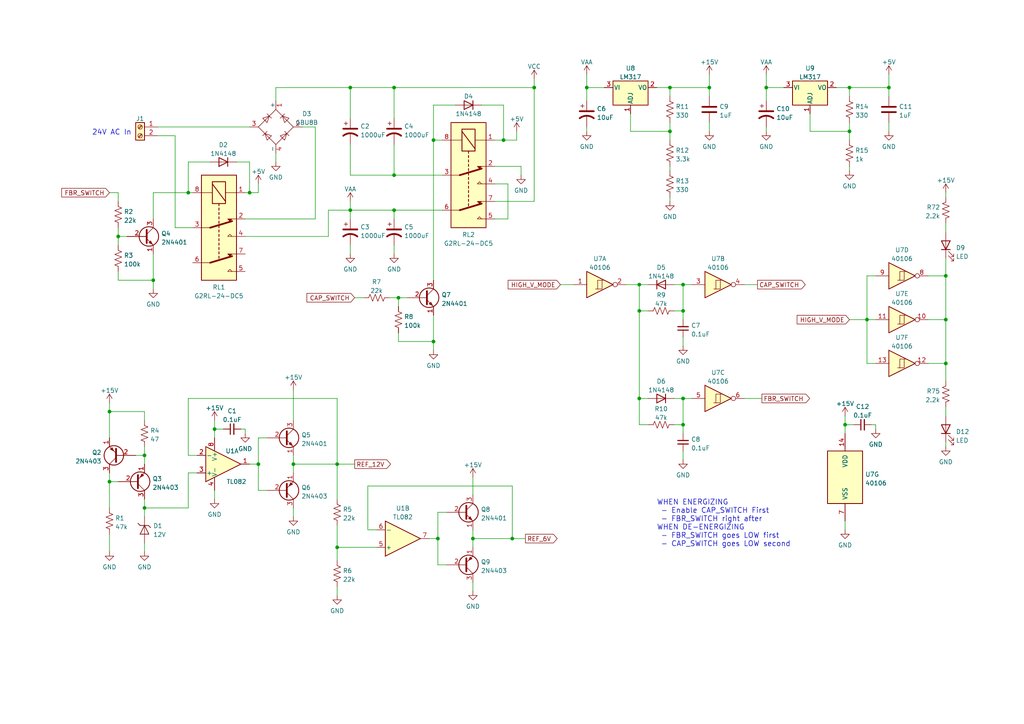
<source format=kicad_sch>
(kicad_sch (version 20211123) (generator eeschema)
  (paper "A4")
  (lib_symbols
    (symbol "4xxx:40106" (pin_names (offset 1.016))
      (property "Reference" "U" (at 0 1.27 0))
      (property "Value" "40106" (at 0 -1.27 0))
      (symbol "40106_1_0"
        (pin input line (at -7.62 0 0) (length 3.81) (name "~") (number "1"))
        (pin output inverted (at 7.62 0 180) (length 3.81) (name "~") (number "2"))
      )
      (symbol "40106_2_0"
        (pin input line (at -7.62 0 0) (length 3.81) (name "~") (number "3"))
        (pin output inverted (at 7.62 0 180) (length 3.81) (name "~") (number "4"))
      )
      (symbol "40106_3_0"
        (pin input line (at -7.62 0 0) (length 3.81) (name "~") (number "5"))
        (pin output inverted (at 7.62 0 180) (length 3.81) (name "~") (number "6"))
      )
      (symbol "40106_4_0"
        (pin output inverted (at 7.62 0 180) (length 3.81) (name "~") (number "8"))
        (pin input line (at -7.62 0 0) (length 3.81) (name "~") (number "9"))
      )
      (symbol "40106_5_0"
        (pin output inverted (at 7.62 0 180) (length 3.81) (name "~") (number "10"))
        (pin input line (at -7.62 0 0) (length 3.81) (name "~") (number "11"))
      )
      (symbol "40106_6_0"
        (pin output inverted (at 7.62 0 180) (length 3.81) (name "~") (number "12"))
        (pin input line (at -7.62 0 0) (length 3.81) (name "~") (number "13"))
      )
      (symbol "40106_7_0"
        (pin power_in line (at 0 12.7 270) (length 5.08) (name "VDD") (number "14"))
        (pin power_in line (at 0 -12.7 90) (length 5.08) (name "VSS") (number "7"))
      )
    )
    (symbol "Amplifier_Operational:TL082" (pin_names (offset 0.127))
      (property "Reference" "U" (at 0 5.08 0))
      (property "Value" "TL082" (at 0 -5.08 0))
      (symbol "TL082_1_1"
        (pin output line (at 7.62 0 180) (length 2.54) (name "~") (number "1"))
        (pin input line (at -7.62 -2.54 0) (length 2.54) (name "-") (number "2"))
        (pin input line (at -7.62 2.54 0) (length 2.54) (name "+") (number "3"))
      )
      (symbol "TL082_2_1"
        (pin input line (at -7.62 2.54 0) (length 2.54) (name "+") (number "5"))
        (pin input line (at -7.62 -2.54 0) (length 2.54) (name "-") (number "6"))
        (pin output line (at 7.62 0 180) (length 2.54) (name "~") (number "7"))
      )
      (symbol "TL082_3_1"
        (pin power_in line (at -2.54 -7.62 90) (length 3.81) (name "V-") (number "4"))
        (pin power_in line (at -2.54 7.62 270) (length 3.81) (name "V+") (number "8"))
      )
    )
    (symbol "Connector:Screw_Terminal_01x02" (pin_names (offset 1.016) hide)
      (property "Reference" "J" (at 0 2.54 0))
      (property "Value" "Screw_Terminal_01x02" (at 0 -5.08 0))
      (symbol "Screw_Terminal_01x02_1_1"
        (pin passive line (at -5.08 0 0) (length 3.81) (name "Pin_1") (number "1"))
        (pin passive line (at -5.08 -2.54 0) (length 3.81) (name "Pin_2") (number "2"))
      )
    )
    (symbol "Device:C" (pin_numbers hide) (pin_names (offset 0.254))
      (property "Reference" "C" (at 0.635 2.54 0))
      (property "Value" "C" (at 0.635 -2.54 0))
      (symbol "C_1_1"
        (pin passive line (at 0 3.81 270) (length 2.794) (name "~") (number "1"))
        (pin passive line (at 0 -3.81 90) (length 2.794) (name "~") (number "2"))
      )
    )
    (symbol "Device:C_Polarized_US" (pin_numbers hide) (pin_names (offset 0.254) hide)
      (property "Reference" "C" (at 0.635 2.54 0))
      (property "Value" "C_Polarized_US" (at 0.635 -2.54 0))
      (symbol "C_Polarized_US_1_1"
        (pin passive line (at 0 3.81 270) (length 2.794) (name "~") (number "1"))
        (pin passive line (at 0 -3.81 90) (length 3.302) (name "~") (number "2"))
      )
    )
    (symbol "Device:C_Small" (pin_numbers hide) (pin_names (offset 0.254) hide)
      (property "Reference" "C" (at 0.254 1.778 0))
      (property "Value" "C_Small" (at 0.254 -2.032 0))
      (symbol "C_Small_1_1"
        (pin passive line (at 0 2.54 270) (length 2.032) (name "~") (number "1"))
        (pin passive line (at 0 -2.54 90) (length 2.032) (name "~") (number "2"))
      )
    )
    (symbol "Device:LED" (pin_numbers hide) (pin_names (offset 1.016) hide)
      (property "Reference" "D" (at 0 2.54 0))
      (property "Value" "LED" (at 0 -2.54 0))
      (symbol "LED_1_1"
        (pin passive line (at -3.81 0 0) (length 2.54) (name "K") (number "1"))
        (pin passive line (at 3.81 0 180) (length 2.54) (name "A") (number "2"))
      )
    )
    (symbol "Device:R_US" (pin_numbers hide) (pin_names (offset 0))
      (property "Reference" "R" (at 2.54 0 90))
      (property "Value" "R_US" (at -2.54 0 90))
      (symbol "R_US_1_1"
        (pin passive line (at 0 3.81 270) (length 1.27) (name "~") (number "1"))
        (pin passive line (at 0 -3.81 90) (length 1.27) (name "~") (number "2"))
      )
    )
    (symbol "Diode:1N4148" (pin_numbers hide) (pin_names (offset 1.016) hide)
      (property "Reference" "D" (at 0 2.54 0))
      (property "Value" "1N4148" (at 0 -2.54 0))
      (symbol "1N4148_1_1"
        (pin passive line (at -3.81 0 0) (length 2.54) (name "K") (number "1"))
        (pin passive line (at 3.81 0 180) (length 2.54) (name "A") (number "2"))
      )
    )
    (symbol "Diode_Bridge:GBU8B" (pin_names (offset 0))
      (property "Reference" "D" (at 2.54 6.985 0))
      (property "Value" "GBU8B" (at 2.54 5.08 0))
      (symbol "GBU8B_1_1"
        (pin passive line (at 7.62 0 180) (length 2.54) (name "+") (number "1"))
        (pin passive line (at 0 -7.62 90) (length 2.54) (name "~") (number "2"))
        (pin passive line (at 0 7.62 270) (length 2.54) (name "~") (number "3"))
        (pin passive line (at -7.62 0 0) (length 2.54) (name "-") (number "4"))
      )
    )
    (symbol "Regulator_Linear:LM317_TO-220" (pin_names (offset 0.254))
      (property "Reference" "U" (at -3.81 3.175 0))
      (property "Value" "LM317_TO-220" (at 0 3.175 0))
      (symbol "LM317_TO-220_1_1"
        (pin input line (at 0 -7.62 90) (length 2.54) (name "ADJ") (number "1"))
        (pin power_out line (at 7.62 0 180) (length 2.54) (name "VO") (number "2"))
        (pin power_in line (at -7.62 0 0) (length 2.54) (name "VI") (number "3"))
      )
    )
    (symbol "Relay:G2RL-24-DC5"
      (property "Reference" "RL" (at 16.51 3.81 0))
      (property "Value" "G2RL-24-DC5" (at 16.51 1.27 0))
      (symbol "G2RL-24-DC5_1_1"
        (pin passive line (at -10.16 7.62 270) (length 2.54) (name "~") (number "1"))
        (pin passive line (at -2.54 7.62 270) (length 2.54) (name "~") (number "2"))
        (pin passive line (at 0 -7.62 90) (length 2.54) (name "~") (number "3"))
        (pin passive line (at 2.54 7.62 270) (length 2.54) (name "~") (number "4"))
        (pin passive line (at 12.7 7.62 270) (length 2.54) (name "~") (number "5"))
        (pin passive line (at 10.16 -7.62 90) (length 2.54) (name "~") (number "6"))
        (pin passive line (at 7.62 7.62 270) (length 2.54) (name "~") (number "7"))
        (pin passive line (at -10.16 -7.62 90) (length 2.54) (name "~") (number "8"))
      )
    )
    (symbol "Repowered_Devices:D_Zener_Standard" (pin_numbers hide) (pin_names (offset 1.016) hide)
      (property "Reference" "D" (at 0 2.54 0))
      (property "Value" "D_Zener_Standard" (at 0 -2.54 0))
      (symbol "D_Zener_Standard_1_1"
        (pin passive line (at -3.81 0 0) (length 2.54) (name "K") (number "1"))
        (pin passive line (at 3.81 0 180) (length 2.54) (name "A") (number "2"))
      )
    )
    (symbol "Transistor_BJT:2N3904" (pin_names (offset 0) hide)
      (property "Reference" "Q" (at 5.08 1.905 0))
      (property "Value" "2N3904" (at 5.08 0 0))
      (symbol "2N3904_1_1"
        (pin passive line (at 2.54 -5.08 90) (length 2.54) (name "E") (number "1"))
        (pin passive line (at -5.08 0 0) (length 5.715) (name "B") (number "2"))
        (pin passive line (at 2.54 5.08 270) (length 2.54) (name "C") (number "3"))
      )
    )
    (symbol "Transistor_BJT:2N3906" (pin_names (offset 0) hide)
      (property "Reference" "Q" (at 5.08 1.905 0))
      (property "Value" "2N3906" (at 5.08 0 0))
      (symbol "2N3906_1_1"
        (pin passive line (at 2.54 -5.08 90) (length 2.54) (name "E") (number "1"))
        (pin input line (at -5.08 0 0) (length 5.715) (name "B") (number "2"))
        (pin passive line (at 2.54 5.08 270) (length 2.54) (name "C") (number "3"))
      )
    )
    (symbol "power:+15V" (power) (pin_names (offset 0))
      (property "Value" "+15V" (at 0 3.556 0))
      (symbol "+15V_1_1"
        (pin power_in line (at 0 0 90) (length 0) hide (name "+15V") (number "1"))
      )
    )
    (symbol "power:+5V" (power) (pin_names (offset 0))
      (property "Value" "+5V" (at 0 3.556 0))
      (symbol "+5V_1_1"
        (pin power_in line (at 0 0 90) (length 0) hide (name "+5V") (number "1"))
      )
    )
    (symbol "power:GND" (power) (pin_names (offset 0))
      (property "Value" "GND" (at 0 -3.81 0))
      (symbol "GND_1_1"
        (pin power_in line (at 0 0 270) (length 0) hide (name "GND") (number "1"))
      )
    )
    (symbol "power:VAA" (power) (pin_names (offset 0))
      (property "Value" "VAA" (at 0 3.81 0))
      (symbol "VAA_1_1"
        (pin power_in line (at 0 0 90) (length 0) hide (name "VAA") (number "1"))
      )
    )
    (symbol "power:VCC" (power) (pin_names (offset 0))
      (property "Value" "VCC" (at 0 3.81 0))
      (symbol "VCC_1_1"
        (pin power_in line (at 0 0 90) (length 0) hide (name "VCC") (number "1"))
      )
    )
  )
  (junction (at 137.16 156.21))
  (junction (at 127 156.21))
  (junction (at 222.25 25.4))
  (junction (at 198.12 82.55))
  (junction (at 148.59 156.21))
  (junction (at 198.12 123.19))
  (junction (at 194.31 25.4))
  (junction (at 198.12 90.17))
  (junction (at 274.32 105.41))
  (junction (at 101.6 60.96))
  (junction (at 251.46 92.71))
  (junction (at 185.42 90.17))
  (junction (at 146.05 40.64))
  (junction (at 257.81 25.4))
  (junction (at 97.79 158.75))
  (junction (at 114.3 60.96))
  (junction (at 31.75 139.7))
  (junction (at 194.31 38.1))
  (junction (at 115.57 86.36))
  (junction (at 41.91 147.32))
  (junction (at 246.38 25.4))
  (junction (at 274.32 92.71))
  (junction (at 125.73 40.64))
  (junction (at 41.91 132.08))
  (junction (at 34.29 68.58))
  (junction (at 101.6 25.4))
  (junction (at 31.75 119.38))
  (junction (at 185.42 82.55))
  (junction (at 205.74 25.4))
  (junction (at 154.94 25.4))
  (junction (at 125.73 99.06))
  (junction (at 246.38 38.1))
  (junction (at 72.39 55.88))
  (junction (at 245.11 123.19))
  (junction (at 62.23 124.46))
  (junction (at 85.09 134.62))
  (junction (at 97.79 134.62))
  (junction (at 170.18 25.4))
  (junction (at 114.3 25.4))
  (junction (at 74.93 134.62))
  (junction (at 185.42 115.57))
  (junction (at 198.12 115.57))
  (junction (at 54.61 55.88))
  (junction (at 114.3 50.8))
  (junction (at 274.32 80.01))
  (junction (at 44.45 81.28))
  (wire (pts (xy 114.3 25.4) (xy 114.3 34.29)))
  (wire (pts (xy 246.38 25.4) (xy 257.81 25.4)))
  (wire (pts (xy 185.42 90.17) (xy 185.42 82.55)))
  (wire (pts (xy 80.01 29.21) (xy 80.01 25.4)))
  (wire (pts (xy 41.91 144.78) (xy 41.91 147.32)))
  (wire (pts (xy 215.9 82.55) (xy 219.71 82.55)))
  (wire (pts (xy 115.57 86.36) (xy 118.11 86.36)))
  (wire (pts (xy 198.12 115.57) (xy 200.66 115.57)))
  (wire (pts (xy 34.29 68.58) (xy 36.83 68.58)))
  (wire (pts (xy 31.75 119.38) (xy 41.91 119.38)))
  (wire (pts (xy 72.39 134.62) (xy 74.93 134.62)))
  (wire (pts (xy 137.16 156.21) (xy 137.16 158.75)))
  (wire (pts (xy 54.61 46.99) (xy 54.61 55.88)))
  (wire (pts (xy 31.75 139.7) (xy 34.29 139.7)))
  (wire (pts (xy 139.7 30.48) (xy 146.05 30.48)))
  (wire (pts (xy 252.73 123.19) (xy 254 123.19)))
  (wire (pts (xy 31.75 137.16) (xy 31.75 139.7)))
  (wire (pts (xy 194.31 25.4) (xy 205.74 25.4)))
  (wire (pts (xy 274.32 118.11) (xy 274.32 120.65)))
  (wire (pts (xy 41.91 119.38) (xy 41.91 121.92)))
  (wire (pts (xy 194.31 48.26) (xy 194.31 49.53)))
  (wire (pts (xy 34.29 55.88) (xy 31.75 55.88)))
  (wire (pts (xy 154.94 58.42) (xy 154.94 25.4)))
  (wire (pts (xy 215.9 115.57) (xy 220.98 115.57)))
  (wire (pts (xy 31.75 139.7) (xy 31.75 147.32)))
  (wire (pts (xy 115.57 99.06) (xy 125.73 99.06)))
  (wire (pts (xy 124.46 156.21) (xy 127 156.21)))
  (wire (pts (xy 114.3 60.96) (xy 128.27 60.96)))
  (wire (pts (xy 34.29 66.04) (xy 34.29 68.58)))
  (wire (pts (xy 125.73 30.48) (xy 125.73 40.64)))
  (wire (pts (xy 222.25 25.4) (xy 222.25 29.21)))
  (wire (pts (xy 101.6 41.91) (xy 101.6 50.8)))
  (wire (pts (xy 147.32 63.5) (xy 147.32 53.34)))
  (wire (pts (xy 71.12 63.5) (xy 91.44 63.5)))
  (wire (pts (xy 195.58 115.57) (xy 198.12 115.57)))
  (wire (pts (xy 62.23 121.92) (xy 62.23 124.46)))
  (wire (pts (xy 74.93 127) (xy 74.93 134.62)))
  (wire (pts (xy 274.32 74.93) (xy 274.32 80.01)))
  (wire (pts (xy 198.12 90.17) (xy 198.12 92.71)))
  (wire (pts (xy 85.09 134.62) (xy 85.09 137.16)))
  (wire (pts (xy 175.26 25.4) (xy 170.18 25.4)))
  (wire (pts (xy 62.23 142.24) (xy 62.23 144.78)))
  (wire (pts (xy 132.08 30.48) (xy 125.73 30.48)))
  (wire (pts (xy 106.68 153.67) (xy 106.68 140.97)))
  (wire (pts (xy 127 148.59) (xy 127 156.21)))
  (wire (pts (xy 129.54 148.59) (xy 127 148.59)))
  (wire (pts (xy 125.73 91.44) (xy 125.73 99.06)))
  (wire (pts (xy 151.13 48.26) (xy 151.13 50.8)))
  (wire (pts (xy 246.38 35.56) (xy 246.38 38.1)))
  (wire (pts (xy 54.61 132.08) (xy 54.61 115.57)))
  (wire (pts (xy 257.81 21.59) (xy 257.81 25.4)))
  (wire (pts (xy 194.31 57.15) (xy 194.31 58.42)))
  (wire (pts (xy 80.01 44.45) (xy 80.01 46.99)))
  (wire (pts (xy 91.44 63.5) (xy 91.44 36.83)))
  (wire (pts (xy 185.42 123.19) (xy 185.42 115.57)))
  (wire (pts (xy 39.37 132.08) (xy 41.91 132.08)))
  (wire (pts (xy 127 156.21) (xy 127 163.83)))
  (wire (pts (xy 41.91 132.08) (xy 41.91 134.62)))
  (wire (pts (xy 194.31 25.4) (xy 190.5 25.4)))
  (wire (pts (xy 125.73 40.64) (xy 125.73 81.28)))
  (wire (pts (xy 54.61 137.16) (xy 54.61 147.32)))
  (wire (pts (xy 34.29 58.42) (xy 34.29 55.88)))
  (wire (pts (xy 185.42 115.57) (xy 187.96 115.57)))
  (wire (pts (xy 80.01 25.4) (xy 101.6 25.4)))
  (wire (pts (xy 205.74 35.56) (xy 205.74 38.1)))
  (wire (pts (xy 97.79 170.18) (xy 97.79 172.72)))
  (wire (pts (xy 101.6 58.42) (xy 101.6 60.96)))
  (wire (pts (xy 45.72 36.83) (xy 72.39 36.83)))
  (wire (pts (xy 222.25 21.59) (xy 222.25 25.4)))
  (wire (pts (xy 114.3 60.96) (xy 114.3 63.5)))
  (wire (pts (xy 57.15 132.08) (xy 54.61 132.08)))
  (wire (pts (xy 251.46 92.71) (xy 251.46 105.41)))
  (wire (pts (xy 198.12 123.19) (xy 198.12 125.73)))
  (wire (pts (xy 195.58 123.19) (xy 198.12 123.19)))
  (wire (pts (xy 147.32 53.34) (xy 143.51 53.34)))
  (wire (pts (xy 205.74 21.59) (xy 205.74 25.4)))
  (wire (pts (xy 146.05 30.48) (xy 146.05 40.64)))
  (wire (pts (xy 251.46 80.01) (xy 251.46 92.71)))
  (wire (pts (xy 194.31 27.94) (xy 194.31 25.4)))
  (wire (pts (xy 74.93 55.88) (xy 72.39 55.88)))
  (wire (pts (xy 114.3 25.4) (xy 101.6 25.4)))
  (wire (pts (xy 246.38 25.4) (xy 242.57 25.4)))
  (wire (pts (xy 205.74 25.4) (xy 205.74 27.94)))
  (wire (pts (xy 234.95 33.02) (xy 234.95 38.1)))
  (wire (pts (xy 57.15 137.16) (xy 54.61 137.16)))
  (wire (pts (xy 148.59 156.21) (xy 137.16 156.21)))
  (wire (pts (xy 101.6 60.96) (xy 101.6 63.5)))
  (wire (pts (xy 222.25 36.83) (xy 222.25 38.1)))
  (wire (pts (xy 245.11 120.65) (xy 245.11 123.19)))
  (wire (pts (xy 274.32 105.41) (xy 274.32 92.71)))
  (wire (pts (xy 185.42 82.55) (xy 187.96 82.55)))
  (wire (pts (xy 143.51 40.64) (xy 146.05 40.64)))
  (wire (pts (xy 137.16 168.91) (xy 137.16 171.45)))
  (wire (pts (xy 137.16 153.67) (xy 137.16 156.21)))
  (wire (pts (xy 245.11 151.13) (xy 245.11 153.67)))
  (wire (pts (xy 170.18 36.83) (xy 170.18 38.1)))
  (wire (pts (xy 274.32 55.88) (xy 274.32 57.15)))
  (wire (pts (xy 149.86 40.64) (xy 146.05 40.64)))
  (wire (pts (xy 195.58 82.55) (xy 198.12 82.55)))
  (wire (pts (xy 274.32 105.41) (xy 274.32 110.49)))
  (wire (pts (xy 194.31 38.1) (xy 194.31 40.64)))
  (wire (pts (xy 154.94 25.4) (xy 114.3 25.4)))
  (wire (pts (xy 227.33 25.4) (xy 222.25 25.4)))
  (wire (pts (xy 102.87 86.36) (xy 105.41 86.36)))
  (wire (pts (xy 44.45 73.66) (xy 44.45 81.28)))
  (wire (pts (xy 115.57 86.36) (xy 115.57 88.9)))
  (wire (pts (xy 246.38 92.71) (xy 251.46 92.71)))
  (wire (pts (xy 254 123.19) (xy 254 124.46)))
  (wire (pts (xy 31.75 116.84) (xy 31.75 119.38)))
  (wire (pts (xy 62.23 124.46) (xy 64.77 124.46)))
  (wire (pts (xy 269.24 92.71) (xy 274.32 92.71)))
  (wire (pts (xy 31.75 154.94) (xy 31.75 160.02)))
  (wire (pts (xy 41.91 147.32) (xy 54.61 147.32)))
  (wire (pts (xy 101.6 60.96) (xy 114.3 60.96)))
  (wire (pts (xy 74.93 134.62) (xy 74.93 142.24)))
  (wire (pts (xy 198.12 90.17) (xy 198.12 82.55)))
  (wire (pts (xy 187.96 90.17) (xy 185.42 90.17)))
  (wire (pts (xy 182.88 33.02) (xy 182.88 38.1)))
  (wire (pts (xy 245.11 123.19) (xy 245.11 125.73)))
  (wire (pts (xy 101.6 71.12) (xy 101.6 73.66)))
  (wire (pts (xy 106.68 140.97) (xy 148.59 140.97)))
  (wire (pts (xy 195.58 90.17) (xy 198.12 90.17)))
  (wire (pts (xy 148.59 140.97) (xy 148.59 156.21)))
  (wire (pts (xy 44.45 55.88) (xy 54.61 55.88)))
  (wire (pts (xy 97.79 152.4) (xy 97.79 158.75)))
  (wire (pts (xy 50.8 66.04) (xy 50.8 39.37)))
  (wire (pts (xy 198.12 97.79) (xy 198.12 100.33)))
  (wire (pts (xy 44.45 63.5) (xy 44.45 55.88)))
  (wire (pts (xy 198.12 130.81) (xy 198.12 133.35)))
  (wire (pts (xy 234.95 38.1) (xy 246.38 38.1)))
  (wire (pts (xy 269.24 80.01) (xy 274.32 80.01)))
  (wire (pts (xy 254 80.01) (xy 251.46 80.01)))
  (wire (pts (xy 68.58 46.99) (xy 72.39 46.99)))
  (wire (pts (xy 149.86 38.1) (xy 149.86 40.64)))
  (wire (pts (xy 72.39 55.88) (xy 71.12 55.88)))
  (wire (pts (xy 246.38 48.26) (xy 246.38 49.53)))
  (wire (pts (xy 274.32 80.01) (xy 274.32 92.71)))
  (wire (pts (xy 54.61 115.57) (xy 97.79 115.57)))
  (wire (pts (xy 170.18 25.4) (xy 170.18 29.21)))
  (wire (pts (xy 143.51 48.26) (xy 151.13 48.26)))
  (wire (pts (xy 71.12 124.46) (xy 71.12 125.73)))
  (wire (pts (xy 74.93 142.24) (xy 77.47 142.24)))
  (wire (pts (xy 41.91 147.32) (xy 41.91 149.86)))
  (wire (pts (xy 185.42 90.17) (xy 185.42 115.57)))
  (wire (pts (xy 55.88 66.04) (xy 50.8 66.04)))
  (wire (pts (xy 113.03 86.36) (xy 115.57 86.36)))
  (wire (pts (xy 85.09 134.62) (xy 97.79 134.62)))
  (wire (pts (xy 125.73 99.06) (xy 125.73 101.6)))
  (wire (pts (xy 85.09 147.32) (xy 85.09 149.86)))
  (wire (pts (xy 95.25 68.58) (xy 95.25 60.96)))
  (wire (pts (xy 101.6 50.8) (xy 114.3 50.8)))
  (wire (pts (xy 87.63 36.83) (xy 91.44 36.83)))
  (wire (pts (xy 274.32 64.77) (xy 274.32 67.31)))
  (wire (pts (xy 85.09 132.08) (xy 85.09 134.62)))
  (wire (pts (xy 114.3 41.91) (xy 114.3 50.8)))
  (wire (pts (xy 97.79 134.62) (xy 102.87 134.62)))
  (wire (pts (xy 34.29 78.74) (xy 34.29 81.28)))
  (wire (pts (xy 114.3 71.12) (xy 114.3 73.66)))
  (wire (pts (xy 251.46 105.41) (xy 254 105.41)))
  (wire (pts (xy 60.96 46.99) (xy 54.61 46.99)))
  (wire (pts (xy 34.29 68.58) (xy 34.29 71.12)))
  (wire (pts (xy 143.51 63.5) (xy 147.32 63.5)))
  (wire (pts (xy 198.12 123.19) (xy 198.12 115.57)))
  (wire (pts (xy 127 163.83) (xy 129.54 163.83)))
  (wire (pts (xy 97.79 115.57) (xy 97.79 134.62)))
  (wire (pts (xy 194.31 35.56) (xy 194.31 38.1)))
  (wire (pts (xy 72.39 46.99) (xy 72.39 55.88)))
  (wire (pts (xy 69.85 124.46) (xy 71.12 124.46)))
  (wire (pts (xy 128.27 40.64) (xy 125.73 40.64)))
  (wire (pts (xy 170.18 21.59) (xy 170.18 25.4)))
  (wire (pts (xy 115.57 96.52) (xy 115.57 99.06)))
  (wire (pts (xy 198.12 82.55) (xy 200.66 82.55)))
  (wire (pts (xy 45.72 39.37) (xy 50.8 39.37)))
  (wire (pts (xy 245.11 123.19) (xy 247.65 123.19)))
  (wire (pts (xy 74.93 53.34) (xy 74.93 55.88)))
  (wire (pts (xy 31.75 127) (xy 31.75 119.38)))
  (wire (pts (xy 97.79 158.75) (xy 109.22 158.75)))
  (wire (pts (xy 257.81 25.4) (xy 257.81 27.94)))
  (wire (pts (xy 62.23 124.46) (xy 62.23 127)))
  (wire (pts (xy 101.6 25.4) (xy 101.6 34.29)))
  (wire (pts (xy 54.61 55.88) (xy 55.88 55.88)))
  (wire (pts (xy 109.22 153.67) (xy 106.68 153.67)))
  (wire (pts (xy 181.61 82.55) (xy 185.42 82.55)))
  (wire (pts (xy 274.32 128.27) (xy 274.32 129.54)))
  (wire (pts (xy 97.79 134.62) (xy 97.79 144.78)))
  (wire (pts (xy 154.94 22.86) (xy 154.94 25.4)))
  (wire (pts (xy 251.46 92.71) (xy 254 92.71)))
  (wire (pts (xy 114.3 50.8) (xy 128.27 50.8)))
  (wire (pts (xy 41.91 129.54) (xy 41.91 132.08)))
  (wire (pts (xy 246.38 38.1) (xy 246.38 40.64)))
  (wire (pts (xy 162.56 82.55) (xy 166.37 82.55)))
  (wire (pts (xy 182.88 38.1) (xy 194.31 38.1)))
  (wire (pts (xy 97.79 158.75) (xy 97.79 162.56)))
  (wire (pts (xy 95.25 60.96) (xy 101.6 60.96)))
  (wire (pts (xy 137.16 138.43) (xy 137.16 143.51)))
  (wire (pts (xy 77.47 127) (xy 74.93 127)))
  (wire (pts (xy 41.91 157.48) (xy 41.91 160.02)))
  (wire (pts (xy 85.09 113.03) (xy 85.09 121.92)))
  (wire (pts (xy 269.24 105.41) (xy 274.32 105.41)))
  (wire (pts (xy 187.96 123.19) (xy 185.42 123.19)))
  (wire (pts (xy 44.45 81.28) (xy 44.45 83.82)))
  (wire (pts (xy 71.12 68.58) (xy 95.25 68.58)))
  (wire (pts (xy 246.38 27.94) (xy 246.38 25.4)))
  (wire (pts (xy 257.81 35.56) (xy 257.81 38.1)))
  (wire (pts (xy 143.51 58.42) (xy 154.94 58.42)))
  (wire (pts (xy 148.59 156.21) (xy 152.4 156.21)))
  (wire (pts (xy 34.29 81.28) (xy 44.45 81.28)))
  (text "WHEN ENERGIZING\n - Enable CAP_SWITCH First\n - FBR_SWITCH right after\nWHEN DE-ENERGIZING\n - FBR_SWITCH goes LOW first\n - CAP_SWITCH goes LOW second" (at 190.5 158.75 0) (effects (font (size 1.5 1.5)) (justify left bottom)))
  (text "24V AC In" (at 26.67 39.37 0) (effects (font (size 1.5 1.5)) (justify left bottom)))
  (global_label "CAP_SWITCH" (shape output) (at 219.71 82.55 0) (property "Intersheet References" "${INTERSHEET_REFS}" (effects hide)))
  (global_label "HIGH_V_MODE" (shape input) (at 246.38 92.71 180) (property "Intersheet References" "${INTERSHEET_REFS}" (effects hide)))
  (global_label "HIGH_V_MODE" (shape input) (at 162.56 82.55 180) (property "Intersheet References" "${INTERSHEET_REFS}" (effects hide)))
  (global_label "REF_6V" (shape output) (at 152.4 156.21 0) (property "Intersheet References" "${INTERSHEET_REFS}" (effects hide)))
  (global_label "FBR_SWITCH" (shape output) (at 220.98 115.57 0) (property "Intersheet References" "${INTERSHEET_REFS}" (effects hide)))
  (global_label "REF_12V" (shape output) (at 102.87 134.62 0) (property "Intersheet References" "${INTERSHEET_REFS}" (effects hide)))
  (global_label "FBR_SWITCH" (shape input) (at 31.75 55.88 180) (property "Intersheet References" "${INTERSHEET_REFS}" (effects hide)))
  (global_label "CAP_SWITCH" (shape input) (at 102.87 86.36 180) (property "Intersheet References" "${INTERSHEET_REFS}" (effects hide)))
  (symbol (lib_id "Device:C_Small") (at 250.19 123.19 90) (unit 1)
    (property "Reference" "C12" (at 250.1963 117.9281 90))
    (property "Value" "0.1uF" (at 250.1963 120.465 90))
    (property "Footprint" "Capacitor_THT:C_Disc_D5.0mm_W2.5mm_P2.50mm" (effects hide))
  )
  (symbol (lib_id "Device:R_US") (at 194.31 31.75 0) (unit 1)
    (property "Reference" "R11" (at 195.961 30.9153 0) (effects (justify left)))
    (property "Value" "330" (at 195.961 33.4522 0) (effects (justify left)))
    (property "Footprint" "Resistor_THT:R_Axial_DIN0207_L6.3mm_D2.5mm_P10.16mm_Horizontal" (effects hide))
  )
  (symbol (lib_id "Amplifier_Operational:TL082") (at 64.77 134.62 0) (unit 3)
    (property "Reference" "U1" (effects hide))
    (property "Value" "TL082" (effects hide))
    (property "Footprint" "Package_DIP:DIP-8_W7.62mm" (effects hide))
    (property "Datasheet" "http://www.ti.com/lit/ds/symlink/tl081.pdf" (effects hide))
  )
  (symbol (lib_id "power:GND") (at 85.09 149.86 0) (unit 1)
    (property "Reference" "#PWR0110" (effects hide))
    (property "Value" "GND" (at 85.09 154.3034 0))
  )
  (symbol (lib_id "power:VAA") (at 222.25 21.59 0) (unit 1)
    (property "Reference" "#PWR0118" (effects hide))
    (property "Value" "VAA" (at 222.25 18.0142 0))
  )
  (symbol (lib_id "4xxx:40106") (at 261.62 92.71 0) (unit 5)
    (property "Reference" "U7" (at 261.62 85.2002 0))
    (property "Value" "40106" (at 261.62 87.7371 0))
    (property "Footprint" "Package_DIP:DIP-14_W7.62mm" (effects hide))
    (property "Datasheet" "https://assets.nexperia.com/documents/data-sheet/HEF40106B.pdf" (effects hide))
  )
  (symbol (lib_id "Device:R_US") (at 41.91 125.73 0) (unit 1)
    (property "Reference" "R4" (at 43.561 124.8953 0) (effects (justify left)))
    (property "Value" "47" (at 43.561 127.4322 0) (effects (justify left)))
    (property "Footprint" "Resistor_THT:R_Axial_DIN0207_L6.3mm_D2.5mm_P10.16mm_Horizontal" (effects hide))
  )
  (symbol (lib_id "4xxx:40106") (at 173.99 82.55 0) (unit 1)
    (property "Reference" "U7" (at 173.99 75.0402 0))
    (property "Value" "40106" (at 173.99 77.5771 0))
    (property "Footprint" "Package_DIP:DIP-14_W7.62mm" (effects hide))
    (property "Datasheet" "https://assets.nexperia.com/documents/data-sheet/HEF40106B.pdf" (effects hide))
  )
  (symbol (lib_id "Device:R_US") (at 246.38 44.45 0) (unit 1)
    (property "Reference" "R15" (at 248.031 43.6153 0) (effects (justify left)))
    (property "Value" "1k" (at 248.031 46.1522 0) (effects (justify left)))
    (property "Footprint" "Resistor_THT:R_Axial_DIN0207_L6.3mm_D2.5mm_P10.16mm_Horizontal" (effects hide))
  )
  (symbol (lib_id "Device:R_US") (at 194.31 53.34 0) (unit 1)
    (property "Reference" "R13" (at 195.961 52.5053 0) (effects (justify left)))
    (property "Value" "330" (at 195.961 55.0422 0) (effects (justify left)))
    (property "Footprint" "Resistor_THT:R_Axial_DIN0207_L6.3mm_D2.5mm_P10.16mm_Horizontal" (effects hide))
  )
  (symbol (lib_id "Diode:1N4148") (at 191.77 115.57 180) (unit 1)
    (property "Reference" "D6" (at 191.77 110.6002 0))
    (property "Value" "1N4148" (at 191.77 113.1371 0))
    (property "Footprint" "Diode_THT:D_DO-35_SOD27_P7.62mm_Horizontal" (effects hide))
    (property "Datasheet" "https://assets.nexperia.com/documents/data-sheet/1N4148_1N4448.pdf" (effects hide))
  )
  (symbol (lib_id "power:GND") (at 257.81 38.1 0) (unit 1)
    (property "Reference" "#PWR0120" (effects hide))
    (property "Value" "GND" (at 257.81 42.5434 0))
  )
  (symbol (lib_id "power:GND") (at 198.12 100.33 0) (unit 1)
    (property "Reference" "#PWR04" (effects hide))
    (property "Value" "GND" (at 198.12 104.7734 0))
  )
  (symbol (lib_id "Device:C_Polarized_US") (at 170.18 33.02 0) (unit 1)
    (property "Reference" "C6" (at 173.101 31.5503 0) (effects (justify left)))
    (property "Value" "10uF" (at 173.101 34.0872 0) (effects (justify left)))
    (property "Footprint" "Capacitor_THT:CP_Radial_D5.0mm_P2.50mm" (effects hide))
  )
  (symbol (lib_id "power:GND") (at 254 124.46 0) (unit 1)
    (property "Reference" "#PWR09" (effects hide))
    (property "Value" "GND" (at 254 128.9034 0))
  )
  (symbol (lib_id "power:GND") (at 80.01 46.99 0) (unit 1)
    (property "Reference" "#PWR0107" (effects hide))
    (property "Value" "GND" (at 80.01 51.4334 0))
  )
  (symbol (lib_id "4xxx:40106") (at 208.28 115.57 0) (unit 3)
    (property "Reference" "U7" (at 208.28 108.0602 0))
    (property "Value" "40106" (at 208.28 110.5971 0))
    (property "Footprint" "Package_DIP:DIP-14_W7.62mm" (effects hide))
    (property "Datasheet" "https://assets.nexperia.com/documents/data-sheet/HEF40106B.pdf" (effects hide))
  )
  (symbol (lib_id "Connector:Screw_Terminal_01x02") (at 40.64 36.83 0) (mirror y) (unit 1)
    (property "Reference" "J1" (at 40.64 34.3972 0))
    (property "Value" "Screw_Terminal_01x02" (effects hide))
    (property "Footprint" "Connector_Phoenix_GMSTB:PhoenixContact_GMSTBA_2,5_2-G-7,62_1x02_P7.62mm_Horizontal" (effects hide))
  )
  (symbol (lib_id "Transistor_BJT:2N3906") (at 34.29 132.08 180) (unit 1)
    (property "Reference" "Q2" (at 29.4387 131.2453 0) (effects (justify left)))
    (property "Value" "2N4403" (at 29.4387 133.7822 0) (effects (justify left)))
    (property "Footprint" "Package_TO_SOT_THT:TO-92_Inline_Wide" (effects hide))
    (property "Datasheet" "https://www.onsemi.com/pub/Collateral/2N3906-D.PDF" (effects hide))
  )
  (symbol (lib_id "Transistor_BJT:2N3904") (at 41.91 68.58 0) (unit 1)
    (property "Reference" "Q4" (at 46.7614 67.7453 0) (effects (justify left)))
    (property "Value" "2N4401" (at 46.7614 70.2822 0) (effects (justify left)))
    (property "Footprint" "Package_TO_SOT_THT:TO-92_Inline_Wide" (effects hide))
    (property "Datasheet" "https://www.onsemi.com/pub/Collateral/2N3903-D.PDF" (effects hide))
  )
  (symbol (lib_id "power:GND") (at 245.11 153.67 0) (unit 1)
    (property "Reference" "#PWR08" (effects hide))
    (property "Value" "GND" (at 245.11 158.1134 0))
  )
  (symbol (lib_id "Diode:1N4148") (at 135.89 30.48 180) (unit 1)
    (property "Reference" "D4" (at 135.89 27.94 0))
    (property "Value" "1N4148" (at 135.89 33.02 0))
    (property "Footprint" "Diode_THT:D_DO-35_SOD27_P7.62mm_Horizontal" (effects hide))
    (property "Datasheet" "https://assets.nexperia.com/documents/data-sheet/1N4148_1N4448.pdf" (effects hide))
  )
  (symbol (lib_id "power:VCC") (at 154.94 22.86 0) (unit 1)
    (property "Reference" "#PWR0115" (effects hide))
    (property "Value" "VCC" (at 154.94 19.2842 0))
  )
  (symbol (lib_id "Device:C_Small") (at 67.31 124.46 90) (unit 1)
    (property "Reference" "C1" (at 67.3163 119.1981 90))
    (property "Value" "0.1uF" (at 67.3163 121.735 90))
    (property "Footprint" "Capacitor_THT:C_Disc_D5.0mm_W2.5mm_P2.50mm" (effects hide))
  )
  (symbol (lib_id "power:GND") (at 31.75 160.02 0) (unit 1)
    (property "Reference" "#PWR0128" (effects hide))
    (property "Value" "GND" (at 31.75 164.4634 0))
  )
  (symbol (lib_id "Amplifier_Operational:TL082") (at 116.84 156.21 0) (mirror x) (unit 2)
    (property "Reference" "U1" (at 116.84 147.4302 0))
    (property "Value" "TL082" (at 116.84 149.9671 0))
    (property "Footprint" "Package_DIP:DIP-8_W7.62mm" (effects hide))
    (property "Datasheet" "http://www.ti.com/lit/ds/symlink/tl081.pdf" (effects hide))
  )
  (symbol (lib_id "power:VAA") (at 101.6 58.42 0) (unit 1)
    (property "Reference" "#PWR0106" (effects hide))
    (property "Value" "VAA" (at 101.6 54.8442 0))
  )
  (symbol (lib_id "power:+15V") (at 31.75 116.84 0) (unit 1)
    (property "Reference" "#PWR0127" (effects hide))
    (property "Value" "+15V" (at 31.75 113.2642 0))
  )
  (symbol (lib_id "power:GND") (at 194.31 58.42 0) (unit 1)
    (property "Reference" "#PWR0126" (effects hide))
    (property "Value" "GND" (at 194.31 62.8634 0))
  )
  (symbol (lib_id "power:GND") (at 41.91 160.02 0) (unit 1)
    (property "Reference" "#PWR0129" (effects hide))
    (property "Value" "GND" (at 41.91 164.4634 0))
  )
  (symbol (lib_id "Amplifier_Operational:TL082") (at 64.77 134.62 0) (mirror x) (unit 1)
    (property "Reference" "U1" (at 67.31 130.81 0))
    (property "Value" "TL082" (at 68.58 139.7 0))
    (property "Footprint" "Package_DIP:DIP-8_W7.62mm" (effects hide))
    (property "Datasheet" "http://www.ti.com/lit/ds/symlink/tl081.pdf" (effects hide))
  )
  (symbol (lib_id "Transistor_BJT:2N3906") (at 134.62 163.83 0) (mirror x) (unit 1)
    (property "Reference" "Q9" (at 139.4714 162.9953 0) (effects (justify left)))
    (property "Value" "2N4403" (at 139.4714 165.5322 0) (effects (justify left)))
    (property "Footprint" "Package_TO_SOT_THT:TO-92_Inline_Wide" (effects hide))
    (property "Datasheet" "https://www.onsemi.com/pub/Collateral/2N3906-D.PDF" (effects hide))
  )
  (symbol (lib_id "power:GND") (at 125.73 101.6 0) (unit 1)
    (property "Reference" "#PWR0105" (effects hide))
    (property "Value" "GND" (at 125.73 106.0434 0))
  )
  (symbol (lib_id "4xxx:40106") (at 261.62 105.41 0) (unit 6)
    (property "Reference" "U7" (at 261.62 97.9002 0))
    (property "Value" "40106" (at 261.62 100.4371 0))
    (property "Footprint" "Package_DIP:DIP-14_W7.62mm" (effects hide))
    (property "Datasheet" "https://assets.nexperia.com/documents/data-sheet/HEF40106B.pdf" (effects hide))
  )
  (symbol (lib_id "Repowered_Devices:D_Zener_Standard") (at 41.91 153.67 270) (unit 1)
    (property "Reference" "D1" (at 44.4246 152.5178 90) (effects (justify left)))
    (property "Value" "12V" (at 44.4246 155.0547 90) (effects (justify left)))
    (property "Footprint" "Diode_THT:D_DO-41_SOD81_P10.16mm_Horizontal" (effects hide))
  )
  (symbol (lib_id "Device:R_US") (at 115.57 92.71 180) (unit 1)
    (property "Reference" "R8" (at 117.221 91.8753 0) (effects (justify right)))
    (property "Value" "100k" (at 117.221 94.4122 0) (effects (justify right)))
    (property "Footprint" "Resistor_THT:R_Axial_DIN0207_L6.3mm_D2.5mm_P10.16mm_Horizontal" (effects hide))
  )
  (symbol (lib_id "power:GND") (at 151.13 50.8 0) (unit 1)
    (property "Reference" "#PWR0116" (effects hide))
    (property "Value" "GND" (at 151.13 55.2434 0))
  )
  (symbol (lib_id "Transistor_BJT:2N3906") (at 82.55 142.24 0) (mirror x) (unit 1)
    (property "Reference" "Q6" (at 87.4014 141.4053 0) (effects (justify left)))
    (property "Value" "2N4403" (at 87.4014 143.9422 0) (effects (justify left)))
    (property "Footprint" "Package_TO_SOT_THT:TO-92_Inline_Wide" (effects hide))
    (property "Datasheet" "https://www.onsemi.com/pub/Collateral/2N3906-D.PDF" (effects hide))
  )
  (symbol (lib_id "Transistor_BJT:2N3904") (at 123.19 86.36 0) (unit 1)
    (property "Reference" "Q7" (at 128.0414 85.5253 0) (effects (justify left)))
    (property "Value" "2N4401" (at 128.0414 88.0622 0) (effects (justify left)))
    (property "Footprint" "Package_TO_SOT_THT:TO-92_Inline_Wide" (effects hide))
    (property "Datasheet" "https://www.onsemi.com/pub/Collateral/2N3903-D.PDF" (effects hide))
  )
  (symbol (lib_id "Device:R_US") (at 34.29 62.23 180) (unit 1)
    (property "Reference" "R2" (at 35.941 61.3953 0) (effects (justify right)))
    (property "Value" "22k" (at 35.941 63.9322 0) (effects (justify right)))
    (property "Footprint" "Resistor_THT:R_Axial_DIN0207_L6.3mm_D2.5mm_P10.16mm_Horizontal" (effects hide))
  )
  (symbol (lib_id "Device:LED") (at 274.32 71.12 90) (unit 1)
    (property "Reference" "D9" (at 277.241 71.8728 90) (effects (justify right)))
    (property "Value" "LED" (at 277.241 74.4097 90) (effects (justify right)))
    (property "Footprint" "LED_THT:LED_D5.0mm" (effects hide))
  )
  (symbol (lib_id "4xxx:40106") (at 245.11 138.43 0) (unit 7)
    (property "Reference" "U7" (at 250.952 137.5953 0) (effects (justify left)))
    (property "Value" "40106" (at 250.952 140.1322 0) (effects (justify left)))
    (property "Footprint" "Package_DIP:DIP-14_W7.62mm" (effects hide))
    (property "Datasheet" "https://assets.nexperia.com/documents/data-sheet/HEF40106B.pdf" (effects hide))
  )
  (symbol (lib_id "Device:C_Small") (at 198.12 128.27 180) (unit 1)
    (property "Reference" "C8" (at 200.4441 127.4289 0) (effects (justify right)))
    (property "Value" "0.1uF" (at 200.4441 129.9658 0) (effects (justify right)))
    (property "Footprint" "Capacitor_THT:C_Disc_D5.0mm_W2.5mm_P2.50mm" (effects hide))
  )
  (symbol (lib_id "power:GND") (at 137.16 171.45 0) (unit 1)
    (property "Reference" "#PWR0101" (effects hide))
    (property "Value" "GND" (at 137.16 175.8934 0))
  )
  (symbol (lib_id "Diode:1N4148") (at 64.77 46.99 180) (unit 1)
    (property "Reference" "D2" (at 64.77 42.0202 0))
    (property "Value" "1N4148" (at 64.77 44.5571 0))
    (property "Footprint" "Diode_THT:D_DO-35_SOD27_P7.62mm_Horizontal" (effects hide))
    (property "Datasheet" "https://assets.nexperia.com/documents/data-sheet/1N4148_1N4448.pdf" (effects hide))
  )
  (symbol (lib_id "power:GND") (at 44.45 83.82 0) (unit 1)
    (property "Reference" "#PWR0109" (effects hide))
    (property "Value" "GND" (at 44.45 88.2634 0))
  )
  (symbol (lib_id "Diode:1N4148") (at 191.77 82.55 0) (unit 1)
    (property "Reference" "D5" (at 191.77 77.5802 0))
    (property "Value" "1N4148" (at 191.77 80.1171 0))
    (property "Footprint" "Diode_THT:D_DO-35_SOD27_P7.62mm_Horizontal" (effects hide))
    (property "Datasheet" "https://assets.nexperia.com/documents/data-sheet/1N4148_1N4448.pdf" (effects hide))
  )
  (symbol (lib_id "Device:C_Polarized_US") (at 222.25 33.02 0) (unit 1)
    (property "Reference" "C10" (at 225.171 31.5503 0) (effects (justify left)))
    (property "Value" "10uF" (at 225.171 34.0872 0) (effects (justify left)))
    (property "Footprint" "Capacitor_THT:CP_Radial_D5.0mm_P2.50mm" (effects hide))
  )
  (symbol (lib_id "power:+15V") (at 245.11 120.65 0) (unit 1)
    (property "Reference" "#PWR07" (effects hide))
    (property "Value" "+15V" (at 245.11 117.0742 0))
  )
  (symbol (lib_id "Device:C_Polarized_US") (at 101.6 38.1 0) (unit 1)
    (property "Reference" "C2" (at 104.521 36.6303 0) (effects (justify left)))
    (property "Value" "1000uF" (at 104.521 39.1672 0) (effects (justify left)))
    (property "Footprint" "Capacitor_THT:CP_Radial_D16.0mm_P7.50mm" (effects hide))
    (property "MFG_PN" "EKY-500ELL102ML25S" (effects hide))
  )
  (symbol (lib_id "Device:R_US") (at 109.22 86.36 270) (unit 1)
    (property "Reference" "R7" (at 109.22 81.7712 90))
    (property "Value" "22k" (at 109.22 84.3081 90))
    (property "Footprint" "Resistor_THT:R_Axial_DIN0207_L6.3mm_D2.5mm_P10.16mm_Horizontal" (effects hide))
  )
  (symbol (lib_id "power:+15V") (at 62.23 121.92 0) (unit 1)
    (property "Reference" "#PWR01" (effects hide))
    (property "Value" "+15V" (at 62.23 118.3442 0))
  )
  (symbol (lib_id "Device:R_US") (at 274.32 114.3 0) (mirror x) (unit 1)
    (property "Reference" "R75" (at 272.669 113.4653 0) (effects (justify right)))
    (property "Value" "2.2k" (at 272.669 116.0022 0) (effects (justify right)))
    (property "Footprint" "Resistor_THT:R_Axial_DIN0207_L6.3mm_D2.5mm_P10.16mm_Horizontal" (effects hide))
  )
  (symbol (lib_id "Transistor_BJT:2N3904") (at 134.62 148.59 0) (unit 1)
    (property "Reference" "Q8" (at 139.4714 147.7553 0) (effects (justify left)))
    (property "Value" "2N4401" (at 139.4714 150.2922 0) (effects (justify left)))
    (property "Footprint" "Package_TO_SOT_THT:TO-92_Inline_Wide" (effects hide))
    (property "Datasheet" "https://www.onsemi.com/pub/Collateral/2N3903-D.PDF" (effects hide))
  )
  (symbol (lib_id "power:+5V") (at 74.93 53.34 0) (unit 1)
    (property "Reference" "#PWR0108" (effects hide))
    (property "Value" "+5V" (at 74.93 49.7642 0))
  )
  (symbol (lib_id "Relay:G2RL-24-DC5") (at 135.89 50.8 270) (unit 1)
    (property "Reference" "RL2" (at 135.89 68.0704 90))
    (property "Value" "G2RL-24-DC5" (at 135.89 70.6073 90))
    (property "Footprint" "Relay_THT:Relay_DPDT_Omron_G2RL" (effects hide))
    (property "Datasheet" "https://omronfs.omron.com/en_US/ecb/products/pdf/en-g2rl.pdf" (effects hide))
  )
  (symbol (lib_id "4xxx:40106") (at 261.62 80.01 0) (unit 4)
    (property "Reference" "U7" (at 261.62 72.5002 0))
    (property "Value" "40106" (at 261.62 75.0371 0))
    (property "Footprint" "Package_DIP:DIP-14_W7.62mm" (effects hide))
    (property "Datasheet" "https://assets.nexperia.com/documents/data-sheet/HEF40106B.pdf" (effects hide))
  )
  (symbol (lib_id "Diode_Bridge:GBU8B") (at 80.01 36.83 90) (unit 1)
    (property "Reference" "D3" (at 88.9794 33.0033 90))
    (property "Value" "GBU8B" (at 88.9794 35.5402 90))
    (property "Footprint" "Diode_THT:Diode_Bridge_Vishay_GBU" (effects hide))
    (property "Datasheet" "http://www.vishay.com/docs/88656/gbu8a.pdf" (effects hide))
  )
  (symbol (lib_id "power:GND") (at 62.23 144.78 0) (unit 1)
    (property "Reference" "#PWR0111" (effects hide))
    (property "Value" "GND" (at 62.23 149.2234 0))
  )
  (symbol (lib_id "power:+5V") (at 149.86 38.1 0) (unit 1)
    (property "Reference" "#PWR0114" (effects hide))
    (property "Value" "+5V" (at 149.86 34.5242 0))
  )
  (symbol (lib_id "power:GND") (at 97.79 172.72 0) (unit 1)
    (property "Reference" "#PWR0102" (effects hide))
    (property "Value" "GND" (at 97.79 177.1634 0))
  )
  (symbol (lib_id "Device:R_US") (at 191.77 90.17 90) (unit 1)
    (property "Reference" "R9" (at 191.77 85.5812 90))
    (property "Value" "47k" (at 191.77 88.1181 90))
    (property "Footprint" "Resistor_THT:R_Axial_DIN0207_L6.3mm_D2.5mm_P10.16mm_Horizontal" (effects hide))
  )
  (symbol (lib_id "power:GND") (at 246.38 49.53 0) (unit 1)
    (property "Reference" "#PWR0121" (effects hide))
    (property "Value" "GND" (at 246.38 53.9734 0))
  )
  (symbol (lib_id "power:+15V") (at 137.16 138.43 0) (unit 1)
    (property "Reference" "#PWR0103" (effects hide))
    (property "Value" "+15V" (at 137.16 134.8542 0))
  )
  (symbol (lib_id "Device:R_US") (at 274.32 60.96 0) (mirror x) (unit 1)
    (property "Reference" "R72" (at 272.669 60.1253 0) (effects (justify right)))
    (property "Value" "2.2k" (at 272.669 62.6622 0) (effects (justify right)))
    (property "Footprint" "Resistor_THT:R_Axial_DIN0207_L6.3mm_D2.5mm_P10.16mm_Horizontal" (effects hide))
  )
  (symbol (lib_id "Device:R_US") (at 34.29 74.93 180) (unit 1)
    (property "Reference" "R3" (at 35.941 74.0953 0) (effects (justify right)))
    (property "Value" "100k" (at 35.941 76.6322 0) (effects (justify right)))
    (property "Footprint" "Resistor_THT:R_Axial_DIN0207_L6.3mm_D2.5mm_P10.16mm_Horizontal" (effects hide))
  )
  (symbol (lib_id "power:+15V") (at 85.09 113.03 0) (unit 1)
    (property "Reference" "#PWR0112" (effects hide))
    (property "Value" "+15V" (at 85.09 109.4542 0))
  )
  (symbol (lib_id "Transistor_BJT:2N3904") (at 82.55 127 0) (unit 1)
    (property "Reference" "Q5" (at 87.4014 126.1653 0) (effects (justify left)))
    (property "Value" "2N4401" (at 87.4014 128.7022 0) (effects (justify left)))
    (property "Footprint" "Package_TO_SOT_THT:TO-92_Inline_Wide" (effects hide))
    (property "Datasheet" "https://www.onsemi.com/pub/Collateral/2N3903-D.PDF" (effects hide))
  )
  (symbol (lib_id "Device:C_Polarized_US") (at 114.3 67.31 0) (unit 1)
    (property "Reference" "C5" (at 117.221 65.8403 0) (effects (justify left)))
    (property "Value" "1000uF" (at 117.221 68.3772 0) (effects (justify left)))
    (property "Footprint" "Capacitor_THT:CP_Radial_D16.0mm_P7.50mm" (effects hide))
  )
  (symbol (lib_id "Device:R_US") (at 191.77 123.19 90) (unit 1)
    (property "Reference" "R10" (at 191.77 118.6012 90))
    (property "Value" "47k" (at 191.77 121.1381 90))
    (property "Footprint" "Resistor_THT:R_Axial_DIN0207_L6.3mm_D2.5mm_P10.16mm_Horizontal" (effects hide))
  )
  (symbol (lib_id "power:+15V") (at 274.32 55.88 0) (unit 1)
    (property "Reference" "#PWR06" (effects hide))
    (property "Value" "+15V" (at 274.32 52.3042 0))
  )
  (symbol (lib_id "power:GND") (at 205.74 38.1 0) (unit 1)
    (property "Reference" "#PWR0122" (effects hide))
    (property "Value" "GND" (at 205.74 42.5434 0))
  )
  (symbol (lib_id "power:GND") (at 274.32 129.54 0) (unit 1)
    (property "Reference" "#PWR043" (effects hide))
    (property "Value" "GND" (at 274.32 133.9834 0))
  )
  (symbol (lib_id "Device:R_US") (at 194.31 44.45 0) (unit 1)
    (property "Reference" "R12" (at 195.961 43.6153 0) (effects (justify left)))
    (property "Value" "3.3k" (at 195.961 46.1522 0) (effects (justify left)))
    (property "Footprint" "Resistor_THT:R_Axial_DIN0207_L6.3mm_D2.5mm_P10.16mm_Horizontal" (effects hide))
  )
  (symbol (lib_id "Device:C_Polarized_US") (at 101.6 67.31 0) (unit 1)
    (property "Reference" "C3" (at 104.521 65.8403 0) (effects (justify left)))
    (property "Value" "1000uF" (at 104.521 68.3772 0) (effects (justify left)))
    (property "Footprint" "Capacitor_THT:CP_Radial_D16.0mm_P7.50mm" (effects hide))
  )
  (symbol (lib_id "power:VAA") (at 170.18 21.59 0) (unit 1)
    (property "Reference" "#PWR0124" (effects hide))
    (property "Value" "VAA" (at 170.18 18.0142 0))
  )
  (symbol (lib_id "Device:LED") (at 274.32 124.46 90) (unit 1)
    (property "Reference" "D12" (at 277.241 125.2128 90) (effects (justify right)))
    (property "Value" "LED" (at 277.241 127.7497 90) (effects (justify right)))
    (property "Footprint" "LED_THT:LED_D5.0mm" (effects hide))
  )
  (symbol (lib_id "power:GND") (at 114.3 73.66 0) (unit 1)
    (property "Reference" "#PWR03" (effects hide))
    (property "Value" "GND" (at 114.3 78.1034 0))
  )
  (symbol (lib_id "power:GND") (at 170.18 38.1 0) (unit 1)
    (property "Reference" "#PWR0123" (effects hide))
    (property "Value" "GND" (at 170.18 42.5434 0))
  )
  (symbol (lib_id "4xxx:40106") (at 208.28 82.55 0) (unit 2)
    (property "Reference" "U7" (at 208.28 75.0402 0))
    (property "Value" "40106" (at 208.28 77.5771 0))
    (property "Footprint" "Package_DIP:DIP-14_W7.62mm" (effects hide))
    (property "Datasheet" "https://assets.nexperia.com/documents/data-sheet/HEF40106B.pdf" (effects hide))
  )
  (symbol (lib_id "Device:R_US") (at 97.79 166.37 0) (unit 1)
    (property "Reference" "R6" (at 99.441 165.5353 0) (effects (justify left)))
    (property "Value" "22k" (at 99.441 168.0722 0) (effects (justify left)))
    (property "Footprint" "Resistor_THT:R_Axial_DIN0207_L6.3mm_D2.5mm_P10.16mm_Horizontal" (effects hide))
  )
  (symbol (lib_id "power:+15V") (at 205.74 21.59 0) (unit 1)
    (property "Reference" "#PWR0125" (effects hide))
    (property "Value" "+15V" (at 205.74 18.0142 0))
  )
  (symbol (lib_id "Regulator_Linear:LM317_TO-220") (at 182.88 25.4 0) (unit 1)
    (property "Reference" "U8" (at 182.88 19.7952 0))
    (property "Value" "LM317" (at 182.88 22.3321 0))
    (property "Footprint" "Package_TO_SOT_THT:TO-220-3_Vertical" (effects hide))
    (property "Datasheet" "http://www.ti.com/lit/ds/symlink/lm317.pdf" (effects hide))
  )
  (symbol (lib_id "Device:C_Polarized_US") (at 114.3 38.1 0) (unit 1)
    (property "Reference" "C4" (at 117.221 36.6303 0) (effects (justify left)))
    (property "Value" "1000uF" (at 117.221 39.1672 0) (effects (justify left)))
    (property "Footprint" "Capacitor_THT:CP_Radial_D16.0mm_P7.50mm" (effects hide))
  )
  (symbol (lib_id "Device:C") (at 205.74 31.75 0) (unit 1)
    (property "Reference" "C9" (at 208.661 30.9153 0) (effects (justify left)))
    (property "Value" "1uF" (at 208.661 33.4522 0) (effects (justify left)))
    (property "Footprint" "Capacitor_THT:C_Axial_L5.1mm_D3.1mm_P7.50mm_Horizontal" (effects hide))
  )
  (symbol (lib_id "Regulator_Linear:LM317_TO-220") (at 234.95 25.4 0) (unit 1)
    (property "Reference" "U9" (at 234.95 19.7952 0))
    (property "Value" "LM317" (at 234.95 22.3321 0))
    (property "Footprint" "Package_TO_SOT_THT:TO-220-3_Vertical" (effects hide))
    (property "Datasheet" "http://www.ti.com/lit/ds/symlink/lm317.pdf" (effects hide))
  )
  (symbol (lib_id "Device:C") (at 257.81 31.75 0) (unit 1)
    (property "Reference" "C11" (at 260.731 30.9153 0) (effects (justify left)))
    (property "Value" "1uF" (at 260.731 33.4522 0) (effects (justify left)))
    (property "Footprint" "Capacitor_THT:C_Axial_L5.1mm_D3.1mm_P7.50mm_Horizontal" (effects hide))
  )
  (symbol (lib_id "Device:R_US") (at 246.38 31.75 0) (unit 1)
    (property "Reference" "R14" (at 248.031 30.9153 0) (effects (justify left)))
    (property "Value" "330" (at 248.031 33.4522 0) (effects (justify left)))
    (property "Footprint" "Resistor_THT:R_Axial_DIN0207_L6.3mm_D2.5mm_P10.16mm_Horizontal" (effects hide))
  )
  (symbol (lib_id "Device:R_US") (at 97.79 148.59 0) (unit 1)
    (property "Reference" "R5" (at 99.441 147.7553 0) (effects (justify left)))
    (property "Value" "22k" (at 99.441 150.2922 0) (effects (justify left)))
    (property "Footprint" "Resistor_THT:R_Axial_DIN0207_L6.3mm_D2.5mm_P10.16mm_Horizontal" (effects hide))
  )
  (symbol (lib_id "power:GND") (at 71.12 125.73 0) (unit 1)
    (property "Reference" "#PWR02" (effects hide))
    (property "Value" "GND" (at 71.12 130.1734 0))
  )
  (symbol (lib_id "Transistor_BJT:2N3906") (at 39.37 139.7 0) (mirror x) (unit 1)
    (property "Reference" "Q3" (at 44.2214 138.8653 0) (effects (justify left)))
    (property "Value" "2N4403" (at 44.2214 141.4022 0) (effects (justify left)))
    (property "Footprint" "Package_TO_SOT_THT:TO-92_Inline_Wide" (effects hide))
    (property "Datasheet" "https://www.onsemi.com/pub/Collateral/2N3906-D.PDF" (effects hide))
  )
  (symbol (lib_id "power:GND") (at 198.12 133.35 0) (unit 1)
    (property "Reference" "#PWR05" (effects hide))
    (property "Value" "GND" (at 198.12 137.7934 0))
  )
  (symbol (lib_id "power:+5V") (at 257.81 21.59 0) (unit 1)
    (property "Reference" "#PWR0119" (effects hide))
    (property "Value" "+5V" (at 257.81 18.0142 0))
  )
  (symbol (lib_id "Device:C_Small") (at 198.12 95.25 180) (unit 1)
    (property "Reference" "C7" (at 200.4441 94.4089 0) (effects (justify right)))
    (property "Value" "0.1uF" (at 200.4441 96.9458 0) (effects (justify right)))
    (property "Footprint" "Capacitor_THT:C_Disc_D5.0mm_W2.5mm_P2.50mm" (effects hide))
  )
  (symbol (lib_id "power:GND") (at 222.25 38.1 0) (unit 1)
    (property "Reference" "#PWR0117" (effects hide))
    (property "Value" "GND" (at 222.25 42.5434 0))
  )
  (symbol (lib_id "power:GND") (at 101.6 73.66 0) (unit 1)
    (property "Reference" "#PWR0104" (effects hide))
    (property "Value" "GND" (at 101.6 78.1034 0))
  )
  (symbol (lib_id "Relay:G2RL-24-DC5") (at 63.5 66.04 270) (unit 1)
    (property "Reference" "RL1" (at 63.5 83.3104 90))
    (property "Value" "G2RL-24-DC5" (at 63.5 85.8473 90))
    (property "Footprint" "Relay_THT:Relay_DPDT_Omron_G2RL" (effects hide))
    (property "Datasheet" "https://omronfs.omron.com/en_US/ecb/products/pdf/en-g2rl.pdf" (effects hide))
  )
  (symbol (lib_id "Device:R_US") (at 31.75 151.13 0) (unit 1)
    (property "Reference" "R1" (at 33.401 150.2953 0) (effects (justify left)))
    (property "Value" "47k" (at 33.401 152.8322 0) (effects (justify left)))
    (property "Footprint" "Resistor_THT:R_Axial_DIN0207_L6.3mm_D2.5mm_P10.16mm_Horizontal" (effects hide))
  )
)
</source>
